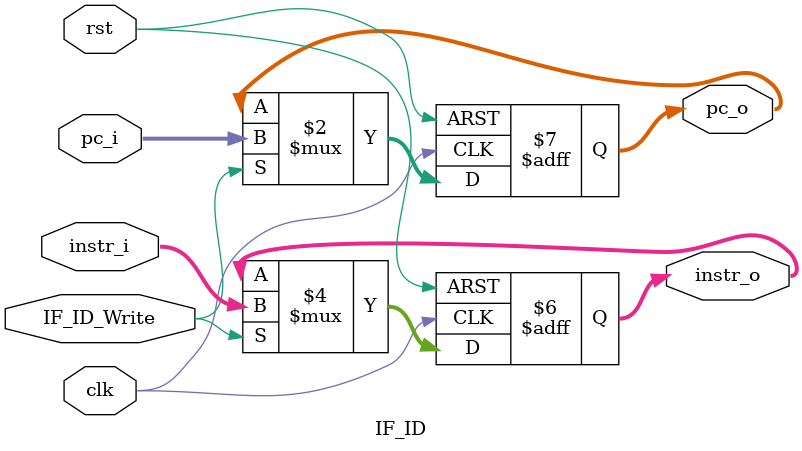
<source format=v>
module IF_ID(
    input         clk,
    input         rst,              
    input         IF_ID_Write,      // hazard unit ±±¨î¡G1=§ó·s, 0=«O«ù (¥Î©óload use hazard stalling)
    input  [31:0] instr_i,         // ±q IF ¶¥¬q¨Óªº«ü¥O
    input  [31:0] pc_i,            // ±q IF ¶¥¬q¨Óªº PC+4
    output reg [31:0] instr_o,    // µ¹ ID ¶¥¬qªº«ü¥O
    output reg [31:0] pc_o        // µ¹ ID ¶¥¬qªº PC+4
);

// Àu¥ý«×¡Grst > IF_Flush > IF_ID_Write
always @(posedge clk or posedge rst) begin
    if (rst) begin
        instr_o <= 32'b0;
        pc_o    <= 32'b0;
    end 
    else if (IF_ID_Write) begin
        // Normal¡G¨S¦³ hazard ¡÷ pipeline ¥¿±`¬y°Ê
        instr_o <= instr_i;
        pc_o    <= pc_i;
    end
    // else: IF_ID_Write=0 ®É«O«ù²{¦³¼Æ­È
end

endmodule

</source>
